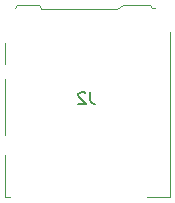
<source format=gbr>
%TF.GenerationSoftware,KiCad,Pcbnew,(5.99.0-8075-g8416c1fc37)*%
%TF.CreationDate,2021-06-27T17:30:08+01:00*%
%TF.ProjectId,picovga,7069636f-7667-4612-9e6b-696361645f70,rev?*%
%TF.SameCoordinates,Original*%
%TF.FileFunction,Legend,Bot*%
%TF.FilePolarity,Positive*%
%FSLAX46Y46*%
G04 Gerber Fmt 4.6, Leading zero omitted, Abs format (unit mm)*
G04 Created by KiCad (PCBNEW (5.99.0-8075-g8416c1fc37)) date 2021-06-27 17:30:08*
%MOMM*%
%LPD*%
G01*
G04 APERTURE LIST*
%ADD10C,0.150000*%
%ADD11C,0.120000*%
G04 APERTURE END LIST*
D10*
%TO.C,J2*%
X169258333Y-68952380D02*
X169258333Y-69666666D01*
X169305952Y-69809523D01*
X169401190Y-69904761D01*
X169544047Y-69952380D01*
X169639285Y-69952380D01*
X168829761Y-69047619D02*
X168782142Y-69000000D01*
X168686904Y-68952380D01*
X168448809Y-68952380D01*
X168353571Y-69000000D01*
X168305952Y-69047619D01*
X168258333Y-69142857D01*
X168258333Y-69238095D01*
X168305952Y-69380952D01*
X168877380Y-69952380D01*
X168258333Y-69952380D01*
D11*
X162025000Y-66575000D02*
X162025000Y-64775000D01*
X172005000Y-61615000D02*
X171495000Y-61965000D01*
X162475000Y-77885000D02*
X162025000Y-77885000D01*
X165125000Y-61965000D02*
X171495000Y-61965000D01*
X165125000Y-61965000D02*
X165125000Y-61815000D01*
X174075000Y-77885000D02*
X175995000Y-77885000D01*
X162025000Y-77885000D02*
X162025000Y-74275000D01*
X163055000Y-61615000D02*
X164915000Y-61615000D01*
X174515000Y-61815000D02*
X174775000Y-61815000D01*
X162025000Y-72575000D02*
X162025000Y-67875000D01*
X163055000Y-61615000D02*
X162855000Y-61815000D01*
X174315000Y-61615000D02*
X174515000Y-61815000D01*
X174315000Y-61615000D02*
X172005000Y-61615000D01*
X175995000Y-77885000D02*
X175995000Y-63875000D01*
X164915000Y-61615000D02*
X165125000Y-61815000D01*
%TD*%
M02*

</source>
